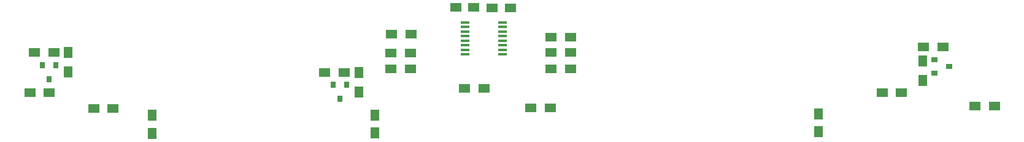
<source format=gbr>
G04 #@! TF.FileFunction,Paste,Top*
%FSLAX46Y46*%
G04 Gerber Fmt 4.6, Leading zero omitted, Abs format (unit mm)*
G04 Created by KiCad (PCBNEW 4.0.4-stable) date 08/01/17 14:05:29*
%MOMM*%
%LPD*%
G01*
G04 APERTURE LIST*
%ADD10C,0.100000*%
%ADD11R,1.500000X1.300000*%
%ADD12R,1.250000X1.500000*%
%ADD13R,1.500000X1.250000*%
%ADD14R,1.200000X0.400000*%
%ADD15R,1.300000X1.500000*%
%ADD16R,0.900000X0.800000*%
%ADD17R,0.800000X0.900000*%
G04 APERTURE END LIST*
D10*
D11*
X139900000Y-90050000D03*
X137200000Y-90050000D03*
D12*
X104240000Y-101160000D03*
X104240000Y-98660000D03*
X134950000Y-101150000D03*
X134950000Y-98650000D03*
X196170000Y-100980000D03*
X196170000Y-98480000D03*
D13*
X151150000Y-83750000D03*
X153650000Y-83750000D03*
X148600000Y-83700000D03*
X146100000Y-83700000D03*
D11*
X139950000Y-87400000D03*
X137250000Y-87400000D03*
X139900000Y-92200000D03*
X137200000Y-92200000D03*
X161950000Y-87800000D03*
X159250000Y-87800000D03*
X161950000Y-89950000D03*
X159250000Y-89950000D03*
X161950000Y-92200000D03*
X159250000Y-92200000D03*
X220450000Y-97400000D03*
X217750000Y-97400000D03*
X159150000Y-97600000D03*
X156450000Y-97600000D03*
X98850000Y-97700000D03*
X96150000Y-97700000D03*
D14*
X147400000Y-85777500D03*
X147400000Y-86412500D03*
X147400000Y-87047500D03*
X147400000Y-87682500D03*
X147400000Y-88317500D03*
X147400000Y-88952500D03*
X147400000Y-89587500D03*
X147400000Y-90222500D03*
X152600000Y-90222500D03*
X152600000Y-89587500D03*
X152600000Y-88952500D03*
X152600000Y-88317500D03*
X152600000Y-87682500D03*
X152600000Y-87047500D03*
X152600000Y-86412500D03*
X152600000Y-85777500D03*
D11*
X204950000Y-95500000D03*
X207650000Y-95500000D03*
X150050000Y-94900000D03*
X147350000Y-94900000D03*
X90050000Y-95500000D03*
X87350000Y-95500000D03*
X210650000Y-89200000D03*
X213350000Y-89200000D03*
D15*
X132800000Y-92750000D03*
X132800000Y-95450000D03*
X92650000Y-89950000D03*
X92650000Y-92650000D03*
X210600000Y-91150000D03*
X210600000Y-93850000D03*
D11*
X130750000Y-92700000D03*
X128050000Y-92700000D03*
X90650000Y-89900000D03*
X87950000Y-89900000D03*
D16*
X212200000Y-90950000D03*
X212200000Y-92850000D03*
X214200000Y-91900000D03*
D17*
X131100000Y-94400000D03*
X129200000Y-94400000D03*
X130150000Y-96400000D03*
X90950000Y-91700000D03*
X89050000Y-91700000D03*
X90000000Y-93700000D03*
M02*

</source>
